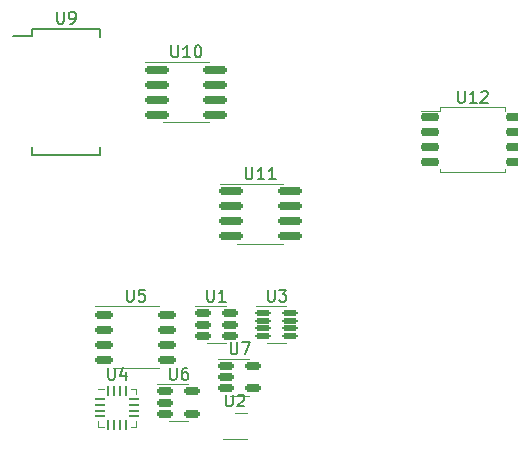
<source format=gbr>
%TF.GenerationSoftware,KiCad,Pcbnew,(6.0.7)*%
%TF.CreationDate,2022-08-18T15:11:27+03:00*%
%TF.ProjectId,mp3_test_board,6d70335f-7465-4737-945f-626f6172642e,rev?*%
%TF.SameCoordinates,Original*%
%TF.FileFunction,Legend,Top*%
%TF.FilePolarity,Positive*%
%FSLAX46Y46*%
G04 Gerber Fmt 4.6, Leading zero omitted, Abs format (unit mm)*
G04 Created by KiCad (PCBNEW (6.0.7)) date 2022-08-18 15:11:27*
%MOMM*%
%LPD*%
G01*
G04 APERTURE LIST*
G04 Aperture macros list*
%AMRoundRect*
0 Rectangle with rounded corners*
0 $1 Rounding radius*
0 $2 $3 $4 $5 $6 $7 $8 $9 X,Y pos of 4 corners*
0 Add a 4 corners polygon primitive as box body*
4,1,4,$2,$3,$4,$5,$6,$7,$8,$9,$2,$3,0*
0 Add four circle primitives for the rounded corners*
1,1,$1+$1,$2,$3*
1,1,$1+$1,$4,$5*
1,1,$1+$1,$6,$7*
1,1,$1+$1,$8,$9*
0 Add four rect primitives between the rounded corners*
20,1,$1+$1,$2,$3,$4,$5,0*
20,1,$1+$1,$4,$5,$6,$7,0*
20,1,$1+$1,$6,$7,$8,$9,0*
20,1,$1+$1,$8,$9,$2,$3,0*%
G04 Aperture macros list end*
%ADD10C,0.150000*%
%ADD11C,0.120000*%
%ADD12RoundRect,0.150000X-0.650000X-0.150000X0.650000X-0.150000X0.650000X0.150000X-0.650000X0.150000X0*%
%ADD13RoundRect,0.150000X-0.825000X-0.150000X0.825000X-0.150000X0.825000X0.150000X-0.825000X0.150000X0*%
%ADD14R,1.750000X0.450000*%
%ADD15RoundRect,0.150000X-0.512500X-0.150000X0.512500X-0.150000X0.512500X0.150000X-0.512500X0.150000X0*%
%ADD16RoundRect,0.150000X-0.625000X-0.150000X0.625000X-0.150000X0.625000X0.150000X-0.625000X0.150000X0*%
%ADD17RoundRect,0.062500X-0.375000X-0.062500X0.375000X-0.062500X0.375000X0.062500X-0.375000X0.062500X0*%
%ADD18RoundRect,0.062500X-0.062500X-0.375000X0.062500X-0.375000X0.062500X0.375000X-0.062500X0.375000X0*%
%ADD19R,1.450000X1.450000*%
%ADD20RoundRect,0.125000X-0.537500X-0.125000X0.537500X-0.125000X0.537500X0.125000X-0.537500X0.125000X0*%
%ADD21R,0.850000X0.300000*%
G04 APERTURE END LIST*
D10*
%TO.C,U12*%
X165261904Y-83737380D02*
X165261904Y-84546904D01*
X165309523Y-84642142D01*
X165357142Y-84689761D01*
X165452380Y-84737380D01*
X165642857Y-84737380D01*
X165738095Y-84689761D01*
X165785714Y-84642142D01*
X165833333Y-84546904D01*
X165833333Y-83737380D01*
X166833333Y-84737380D02*
X166261904Y-84737380D01*
X166547619Y-84737380D02*
X166547619Y-83737380D01*
X166452380Y-83880238D01*
X166357142Y-83975476D01*
X166261904Y-84023095D01*
X167214285Y-83832619D02*
X167261904Y-83785000D01*
X167357142Y-83737380D01*
X167595238Y-83737380D01*
X167690476Y-83785000D01*
X167738095Y-83832619D01*
X167785714Y-83927857D01*
X167785714Y-84023095D01*
X167738095Y-84165952D01*
X167166666Y-84737380D01*
X167785714Y-84737380D01*
%TO.C,U11*%
X147291904Y-90187380D02*
X147291904Y-90996904D01*
X147339523Y-91092142D01*
X147387142Y-91139761D01*
X147482380Y-91187380D01*
X147672857Y-91187380D01*
X147768095Y-91139761D01*
X147815714Y-91092142D01*
X147863333Y-90996904D01*
X147863333Y-90187380D01*
X148863333Y-91187380D02*
X148291904Y-91187380D01*
X148577619Y-91187380D02*
X148577619Y-90187380D01*
X148482380Y-90330238D01*
X148387142Y-90425476D01*
X148291904Y-90473095D01*
X149815714Y-91187380D02*
X149244285Y-91187380D01*
X149530000Y-91187380D02*
X149530000Y-90187380D01*
X149434761Y-90330238D01*
X149339523Y-90425476D01*
X149244285Y-90473095D01*
%TO.C,U10*%
X141001904Y-79872380D02*
X141001904Y-80681904D01*
X141049523Y-80777142D01*
X141097142Y-80824761D01*
X141192380Y-80872380D01*
X141382857Y-80872380D01*
X141478095Y-80824761D01*
X141525714Y-80777142D01*
X141573333Y-80681904D01*
X141573333Y-79872380D01*
X142573333Y-80872380D02*
X142001904Y-80872380D01*
X142287619Y-80872380D02*
X142287619Y-79872380D01*
X142192380Y-80015238D01*
X142097142Y-80110476D01*
X142001904Y-80158095D01*
X143192380Y-79872380D02*
X143287619Y-79872380D01*
X143382857Y-79920000D01*
X143430476Y-79967619D01*
X143478095Y-80062857D01*
X143525714Y-80253333D01*
X143525714Y-80491428D01*
X143478095Y-80681904D01*
X143430476Y-80777142D01*
X143382857Y-80824761D01*
X143287619Y-80872380D01*
X143192380Y-80872380D01*
X143097142Y-80824761D01*
X143049523Y-80777142D01*
X143001904Y-80681904D01*
X142954285Y-80491428D01*
X142954285Y-80253333D01*
X143001904Y-80062857D01*
X143049523Y-79967619D01*
X143097142Y-79920000D01*
X143192380Y-79872380D01*
%TO.C,U9*%
X131318095Y-77022380D02*
X131318095Y-77831904D01*
X131365714Y-77927142D01*
X131413333Y-77974761D01*
X131508571Y-78022380D01*
X131699047Y-78022380D01*
X131794285Y-77974761D01*
X131841904Y-77927142D01*
X131889523Y-77831904D01*
X131889523Y-77022380D01*
X132413333Y-78022380D02*
X132603809Y-78022380D01*
X132699047Y-77974761D01*
X132746666Y-77927142D01*
X132841904Y-77784285D01*
X132889523Y-77593809D01*
X132889523Y-77212857D01*
X132841904Y-77117619D01*
X132794285Y-77070000D01*
X132699047Y-77022380D01*
X132508571Y-77022380D01*
X132413333Y-77070000D01*
X132365714Y-77117619D01*
X132318095Y-77212857D01*
X132318095Y-77450952D01*
X132365714Y-77546190D01*
X132413333Y-77593809D01*
X132508571Y-77641428D01*
X132699047Y-77641428D01*
X132794285Y-77593809D01*
X132841904Y-77546190D01*
X132889523Y-77450952D01*
%TO.C,U7*%
X146008095Y-105007380D02*
X146008095Y-105816904D01*
X146055714Y-105912142D01*
X146103333Y-105959761D01*
X146198571Y-106007380D01*
X146389047Y-106007380D01*
X146484285Y-105959761D01*
X146531904Y-105912142D01*
X146579523Y-105816904D01*
X146579523Y-105007380D01*
X146960476Y-105007380D02*
X147627142Y-105007380D01*
X147198571Y-106007380D01*
%TO.C,U6*%
X140858095Y-107167380D02*
X140858095Y-107976904D01*
X140905714Y-108072142D01*
X140953333Y-108119761D01*
X141048571Y-108167380D01*
X141239047Y-108167380D01*
X141334285Y-108119761D01*
X141381904Y-108072142D01*
X141429523Y-107976904D01*
X141429523Y-107167380D01*
X142334285Y-107167380D02*
X142143809Y-107167380D01*
X142048571Y-107215000D01*
X142000952Y-107262619D01*
X141905714Y-107405476D01*
X141858095Y-107595952D01*
X141858095Y-107976904D01*
X141905714Y-108072142D01*
X141953333Y-108119761D01*
X142048571Y-108167380D01*
X142239047Y-108167380D01*
X142334285Y-108119761D01*
X142381904Y-108072142D01*
X142429523Y-107976904D01*
X142429523Y-107738809D01*
X142381904Y-107643571D01*
X142334285Y-107595952D01*
X142239047Y-107548333D01*
X142048571Y-107548333D01*
X141953333Y-107595952D01*
X141905714Y-107643571D01*
X141858095Y-107738809D01*
%TO.C,U5*%
X137218095Y-100557380D02*
X137218095Y-101366904D01*
X137265714Y-101462142D01*
X137313333Y-101509761D01*
X137408571Y-101557380D01*
X137599047Y-101557380D01*
X137694285Y-101509761D01*
X137741904Y-101462142D01*
X137789523Y-101366904D01*
X137789523Y-100557380D01*
X138741904Y-100557380D02*
X138265714Y-100557380D01*
X138218095Y-101033571D01*
X138265714Y-100985952D01*
X138360952Y-100938333D01*
X138599047Y-100938333D01*
X138694285Y-100985952D01*
X138741904Y-101033571D01*
X138789523Y-101128809D01*
X138789523Y-101366904D01*
X138741904Y-101462142D01*
X138694285Y-101509761D01*
X138599047Y-101557380D01*
X138360952Y-101557380D01*
X138265714Y-101509761D01*
X138218095Y-101462142D01*
%TO.C,U4*%
X135638095Y-107167380D02*
X135638095Y-107976904D01*
X135685714Y-108072142D01*
X135733333Y-108119761D01*
X135828571Y-108167380D01*
X136019047Y-108167380D01*
X136114285Y-108119761D01*
X136161904Y-108072142D01*
X136209523Y-107976904D01*
X136209523Y-107167380D01*
X137114285Y-107500714D02*
X137114285Y-108167380D01*
X136876190Y-107119761D02*
X136638095Y-107834047D01*
X137257142Y-107834047D01*
%TO.C,U3*%
X149168095Y-100557380D02*
X149168095Y-101366904D01*
X149215714Y-101462142D01*
X149263333Y-101509761D01*
X149358571Y-101557380D01*
X149549047Y-101557380D01*
X149644285Y-101509761D01*
X149691904Y-101462142D01*
X149739523Y-101366904D01*
X149739523Y-100557380D01*
X150120476Y-100557380D02*
X150739523Y-100557380D01*
X150406190Y-100938333D01*
X150549047Y-100938333D01*
X150644285Y-100985952D01*
X150691904Y-101033571D01*
X150739523Y-101128809D01*
X150739523Y-101366904D01*
X150691904Y-101462142D01*
X150644285Y-101509761D01*
X150549047Y-101557380D01*
X150263333Y-101557380D01*
X150168095Y-101509761D01*
X150120476Y-101462142D01*
%TO.C,U2*%
X145608095Y-109432380D02*
X145608095Y-110241904D01*
X145655714Y-110337142D01*
X145703333Y-110384761D01*
X145798571Y-110432380D01*
X145989047Y-110432380D01*
X146084285Y-110384761D01*
X146131904Y-110337142D01*
X146179523Y-110241904D01*
X146179523Y-109432380D01*
X146608095Y-109527619D02*
X146655714Y-109480000D01*
X146750952Y-109432380D01*
X146989047Y-109432380D01*
X147084285Y-109480000D01*
X147131904Y-109527619D01*
X147179523Y-109622857D01*
X147179523Y-109718095D01*
X147131904Y-109860952D01*
X146560476Y-110432380D01*
X147179523Y-110432380D01*
%TO.C,U1*%
X144018095Y-100557380D02*
X144018095Y-101366904D01*
X144065714Y-101462142D01*
X144113333Y-101509761D01*
X144208571Y-101557380D01*
X144399047Y-101557380D01*
X144494285Y-101509761D01*
X144541904Y-101462142D01*
X144589523Y-101366904D01*
X144589523Y-100557380D01*
X145589523Y-101557380D02*
X145018095Y-101557380D01*
X145303809Y-101557380D02*
X145303809Y-100557380D01*
X145208571Y-100700238D01*
X145113333Y-100795476D01*
X145018095Y-100843095D01*
D11*
%TO.C,U12*%
X163775000Y-90570000D02*
X163775000Y-90310000D01*
X163775000Y-85380000D02*
X162100000Y-85380000D01*
X166500000Y-85120000D02*
X163775000Y-85120000D01*
X163775000Y-85120000D02*
X163775000Y-85380000D01*
X169225000Y-90570000D02*
X169225000Y-90310000D01*
X166500000Y-90570000D02*
X169225000Y-90570000D01*
X166500000Y-90570000D02*
X163775000Y-90570000D01*
X169225000Y-85120000D02*
X169225000Y-85380000D01*
X166500000Y-85120000D02*
X169225000Y-85120000D01*
%TO.C,U11*%
X148530000Y-91575000D02*
X150480000Y-91575000D01*
X148530000Y-96695000D02*
X150480000Y-96695000D01*
X148530000Y-91575000D02*
X145080000Y-91575000D01*
X148530000Y-96695000D02*
X146580000Y-96695000D01*
%TO.C,U10*%
X142240000Y-81260000D02*
X144190000Y-81260000D01*
X142240000Y-86380000D02*
X144190000Y-86380000D01*
X142240000Y-81260000D02*
X138790000Y-81260000D01*
X142240000Y-86380000D02*
X140290000Y-86380000D01*
D10*
%TO.C,U9*%
X129205000Y-89145000D02*
X129205000Y-88495000D01*
X134955000Y-78495000D02*
X134955000Y-79145000D01*
X129205000Y-78495000D02*
X134955000Y-78495000D01*
X129205000Y-79070000D02*
X127605000Y-79070000D01*
X134955000Y-89145000D02*
X134955000Y-88495000D01*
X129205000Y-89145000D02*
X134955000Y-89145000D01*
X129205000Y-78495000D02*
X129205000Y-79070000D01*
D11*
%TO.C,U7*%
X146770000Y-109515000D02*
X145970000Y-109515000D01*
X146770000Y-106395000D02*
X144970000Y-106395000D01*
X146770000Y-106395000D02*
X147570000Y-106395000D01*
X146770000Y-109515000D02*
X147570000Y-109515000D01*
%TO.C,U6*%
X141620000Y-111675000D02*
X140820000Y-111675000D01*
X141620000Y-108555000D02*
X139820000Y-108555000D01*
X141620000Y-108555000D02*
X142420000Y-108555000D01*
X141620000Y-111675000D02*
X142420000Y-111675000D01*
%TO.C,U5*%
X137980000Y-107220000D02*
X136030000Y-107220000D01*
X137980000Y-101950000D02*
X139930000Y-101950000D01*
X137980000Y-101950000D02*
X134530000Y-101950000D01*
X137980000Y-107220000D02*
X139930000Y-107220000D01*
%TO.C,U4*%
X137535000Y-108925000D02*
X138010000Y-108925000D01*
X138010000Y-112145000D02*
X138010000Y-111670000D01*
X135265000Y-108925000D02*
X134790000Y-108925000D01*
X137535000Y-112145000D02*
X138010000Y-112145000D01*
X134790000Y-112145000D02*
X134790000Y-111670000D01*
X138010000Y-108925000D02*
X138010000Y-109400000D01*
X135265000Y-112145000D02*
X134790000Y-112145000D01*
%TO.C,U3*%
X149930000Y-101945000D02*
X150730000Y-101945000D01*
X149930000Y-105065000D02*
X150730000Y-105065000D01*
X149930000Y-105065000D02*
X149130000Y-105065000D01*
X149930000Y-101945000D02*
X148130000Y-101945000D01*
%TO.C,U2*%
X146370000Y-110955000D02*
X147370000Y-110955000D01*
X145370000Y-113155000D02*
X147370000Y-113155000D01*
%TO.C,U1*%
X144780000Y-101945000D02*
X145580000Y-101945000D01*
X144780000Y-105065000D02*
X145580000Y-105065000D01*
X144780000Y-105065000D02*
X143980000Y-105065000D01*
X144780000Y-101945000D02*
X142980000Y-101945000D01*
%TD*%
%LPC*%
D12*
%TO.C,U12*%
X162900000Y-85940000D03*
X162900000Y-87210000D03*
X162900000Y-88480000D03*
X162900000Y-89750000D03*
X170100000Y-89750000D03*
X170100000Y-88480000D03*
X170100000Y-87210000D03*
X170100000Y-85940000D03*
%TD*%
D13*
%TO.C,U11*%
X146055000Y-92230000D03*
X146055000Y-93500000D03*
X146055000Y-94770000D03*
X146055000Y-96040000D03*
X151005000Y-96040000D03*
X151005000Y-94770000D03*
X151005000Y-93500000D03*
X151005000Y-92230000D03*
%TD*%
%TO.C,U10*%
X139765000Y-81915000D03*
X139765000Y-83185000D03*
X139765000Y-84455000D03*
X139765000Y-85725000D03*
X144715000Y-85725000D03*
X144715000Y-84455000D03*
X144715000Y-83185000D03*
X144715000Y-81915000D03*
%TD*%
D14*
%TO.C,U9*%
X128480000Y-79595000D03*
X128480000Y-80245000D03*
X128480000Y-80895000D03*
X128480000Y-81545000D03*
X128480000Y-82195000D03*
X128480000Y-82845000D03*
X128480000Y-83495000D03*
X128480000Y-84145000D03*
X128480000Y-84795000D03*
X128480000Y-85445000D03*
X128480000Y-86095000D03*
X128480000Y-86745000D03*
X128480000Y-87395000D03*
X128480000Y-88045000D03*
X135680000Y-88045000D03*
X135680000Y-87395000D03*
X135680000Y-86745000D03*
X135680000Y-86095000D03*
X135680000Y-85445000D03*
X135680000Y-84795000D03*
X135680000Y-84145000D03*
X135680000Y-83495000D03*
X135680000Y-82845000D03*
X135680000Y-82195000D03*
X135680000Y-81545000D03*
X135680000Y-80895000D03*
X135680000Y-80245000D03*
X135680000Y-79595000D03*
%TD*%
D15*
%TO.C,U7*%
X145632500Y-107005000D03*
X145632500Y-107955000D03*
X145632500Y-108905000D03*
X147907500Y-108905000D03*
X147907500Y-107005000D03*
%TD*%
%TO.C,U6*%
X140482500Y-109165000D03*
X140482500Y-110115000D03*
X140482500Y-111065000D03*
X142757500Y-111065000D03*
X142757500Y-109165000D03*
%TD*%
D16*
%TO.C,U5*%
X135305000Y-102680000D03*
X135305000Y-103950000D03*
X135305000Y-105220000D03*
X135305000Y-106490000D03*
X140655000Y-106490000D03*
X140655000Y-105220000D03*
X140655000Y-103950000D03*
X140655000Y-102680000D03*
%TD*%
D17*
%TO.C,U4*%
X134962500Y-109785000D03*
X134962500Y-110285000D03*
X134962500Y-110785000D03*
X134962500Y-111285000D03*
D18*
X135650000Y-111972500D03*
X136150000Y-111972500D03*
X136650000Y-111972500D03*
X137150000Y-111972500D03*
D17*
X137837500Y-111285000D03*
X137837500Y-110785000D03*
X137837500Y-110285000D03*
X137837500Y-109785000D03*
D18*
X137150000Y-109097500D03*
X136650000Y-109097500D03*
X136150000Y-109097500D03*
X135650000Y-109097500D03*
D19*
X136400000Y-110535000D03*
%TD*%
D20*
%TO.C,U3*%
X148792500Y-102530000D03*
X148792500Y-103180000D03*
X148792500Y-103830000D03*
X148792500Y-104480000D03*
X151067500Y-104480000D03*
X151067500Y-103830000D03*
X151067500Y-103180000D03*
X151067500Y-102530000D03*
%TD*%
D21*
%TO.C,U2*%
X145420000Y-111305000D03*
X145420000Y-111805000D03*
X145420000Y-112305000D03*
X145420000Y-112805000D03*
X147320000Y-112805000D03*
X147320000Y-112305000D03*
X147320000Y-111805000D03*
X147320000Y-111305000D03*
%TD*%
D15*
%TO.C,U1*%
X143642500Y-102555000D03*
X143642500Y-103505000D03*
X143642500Y-104455000D03*
X145917500Y-104455000D03*
X145917500Y-103505000D03*
X145917500Y-102555000D03*
%TD*%
M02*

</source>
